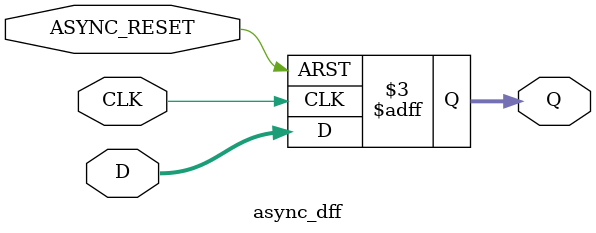
<source format=v>
module async_dff #(
 parameter SIZE = 8
) (
input [SIZE-1:0] D, // Data input 
input CLK, // clock input 
input ASYNC_RESET, // asynchronous reset low level 
output reg [SIZE-1:0] Q // output Q
);
 
always @(posedge CLK or negedge ASYNC_RESET) 
begin
 if(ASYNC_RESET==1'b0)
  Q <= {(SIZE){1'b0}}; 
 else 
  Q[SIZE-1:0] <= D[SIZE-1:0]; 
end 

endmodule 

</source>
